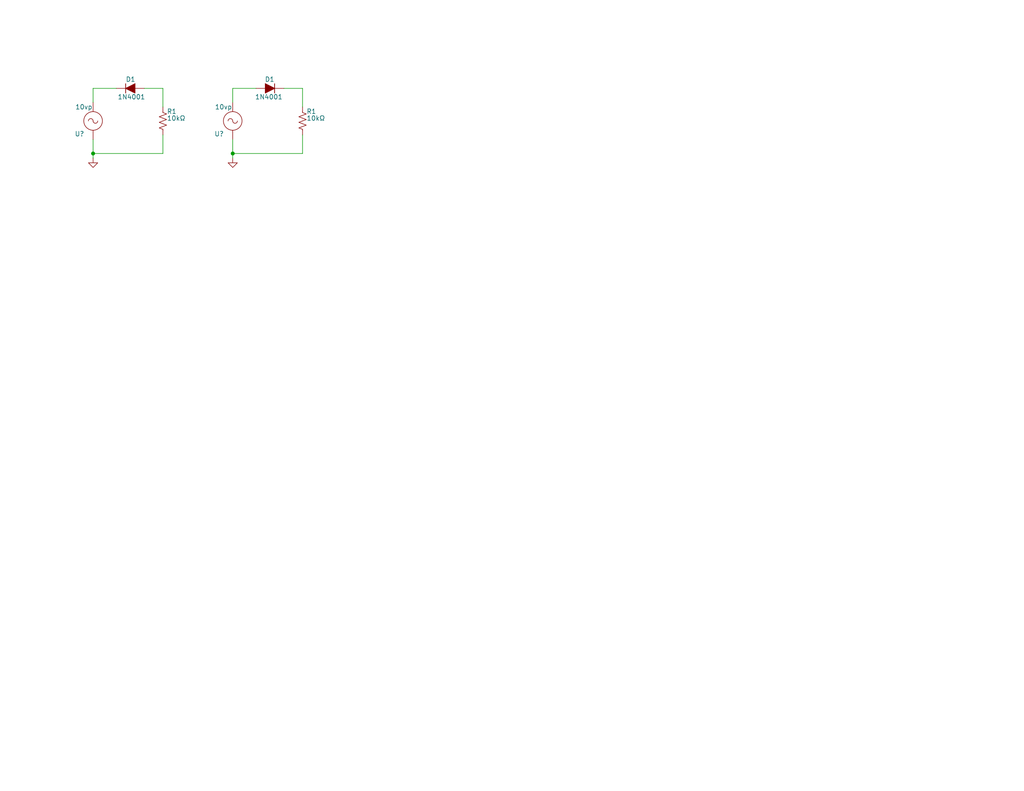
<source format=kicad_sch>
(kicad_sch (version 20211123) (generator eeschema)
  (paper "USLetter")
  (title_block (title "Clipper") (date "2020-01-07") (company "Tim Rossiter"))
  (lib_symbols
    (symbol "S2020-rescue:D_ALT-sDevice" (pin_numbers hide) (pin_names (offset 1.016) hide)
      (property "Reference" "D" (at 0 2.54 0))
      (property "Value" "D_ALT-sDevice" (at 0 -2.54 0))
      (symbol "D_ALT-sDevice_0_1"
        (polyline (pts (xy -1.27 1.27) (xy -1.27 -1.27)) (stroke (width 0.2032)))
        (polyline (pts (xy 1.27 0) (xy -1.27 0)))
        (polyline (pts (xy 1.27 1.27) (xy 1.27 -1.27) (xy -1.27 0) (xy 1.27 1.27)) (stroke (width 0.2032)) (fill (type outline)))
      )
      (symbol "D_ALT-sDevice_1_1"
        (pin passive line (at -3.81 0 0) (length 2.54) (name "K") (number "1"))
        (pin passive line (at 3.81 0 180) (length 2.54) (name "A") (number "2"))
      )
    )
    (symbol "S2020-rescue:GND-00TJR" (power) (pin_names (offset 0))
      (property "Value" "GND-00TJR" (at 0 -3.81 0))
      (symbol "GND-00TJR_0_1"
        (polyline (pts (xy 0 0) (xy 0 -1.27) (xy 1.27 -1.27) (xy 0 -2.54) (xy -1.27 -1.27) (xy 0 -1.27)))
      )
      (symbol "GND-00TJR_1_1"
        (pin power_in line (at 0 0 270) (length 0) hide (name "GND") (number "1"))
      )
    )
    (symbol "S2020-rescue:R_US-sDevice" (pin_numbers hide) (pin_names (offset 0))
      (property "Reference" "R" (at 2.54 0 90))
      (property "Value" "R_US-sDevice" (at -2.54 0 90))
      (symbol "R_US-sDevice_0_1"
        (polyline (pts (xy 0 -2.286) (xy 0 -2.54)))
        (polyline (pts (xy 0 2.286) (xy 0 2.54)))
        (polyline (pts (xy 0 -0.762) (xy 1.016 -1.143) (xy 0 -1.524) (xy -1.016 -1.905) (xy 0 -2.286)))
        (polyline (pts (xy 0 0.762) (xy 1.016 0.381) (xy 0 0) (xy -1.016 -0.381) (xy 0 -0.762)))
        (polyline (pts (xy 0 2.286) (xy 1.016 1.905) (xy 0 1.524) (xy -1.016 1.143) (xy 0 0.762)))
      )
      (symbol "R_US-sDevice_1_1"
        (pin passive line (at 0 3.81 270) (length 1.27) (name "~") (number "1"))
        (pin passive line (at 0 -3.81 90) (length 1.27) (name "~") (number "2"))
      )
    )
    (symbol "S2020-rescue:Vgen-00TJR" (pin_numbers hide) (pin_names (offset 0))
      (property "Reference" "G" (at -4.8768 1.3462 0))
      (property "Value" "Vgen-00TJR" (at -4.8514 3.429 0))
      (symbol "Vgen-00TJR_0_1"
        (arc (start 0 0) (mid -0.635 0.635) (end -1.27 0))
        (arc (start 0 0) (mid 0.635 -0.635) (end 1.27 0))
        (circle (center 0 0) (radius 2.54))
      )
      (symbol "Vgen-00TJR_1_1"
        (pin passive line (at 0 5.08 270) (length 2.54) (name "~") (number "1"))
        (pin passive line (at 0 -5.08 90) (length 2.54) (name "~") (number "2"))
      )
    )
  )
  (junction (at 25.4 41.91))
  (junction (at 63.5 41.91))
  (wire (pts (xy 31.75 24.13) (xy 25.4 24.13)))
  (wire (pts (xy 25.4 41.91) (xy 25.4 43.18)))
  (wire (pts (xy 63.5 41.91) (xy 63.5 38.1)))
  (wire (pts (xy 63.5 41.91) (xy 63.5 43.18)))
  (wire (pts (xy 82.55 24.13) (xy 82.55 29.21)))
  (wire (pts (xy 63.5 24.13) (xy 63.5 27.94)))
  (wire (pts (xy 25.4 24.13) (xy 25.4 27.94)))
  (wire (pts (xy 25.4 41.91) (xy 25.4 38.1)))
  (wire (pts (xy 82.55 41.91) (xy 63.5 41.91)))
  (wire (pts (xy 44.45 24.13) (xy 44.45 29.21)))
  (wire (pts (xy 39.37 24.13) (xy 44.45 24.13)))
  (wire (pts (xy 44.45 41.91) (xy 25.4 41.91)))
  (wire (pts (xy 82.55 36.83) (xy 82.55 41.91)))
  (wire (pts (xy 77.47 24.13) (xy 82.55 24.13)))
  (wire (pts (xy 44.45 36.83) (xy 44.45 41.91)))
  (wire (pts (xy 69.85 24.13) (xy 63.5 24.13)))
  (symbol (lib_id "S2020-rescue:Vgen-00TJR") (at 25.4 33.02 0) (unit 1)
    (property "Value" "10vp" (at 20.4978 29.21 0) (effects (justify left)))
  )
  (symbol (lib_id "S2020-rescue:D_ALT-sDevice") (at 35.56 24.13 0) (unit 1)
    (property "Reference" "D1" (at 35.6362 21.6662 0))
    (property "Value" "1N4001" (at 35.8648 26.4668 0))
  )
  (symbol (lib_id "S2020-rescue:R_US-sDevice") (at 44.45 33.02 0) (unit 1)
    (property "Reference" "R1" (at 45.5168 30.4292 0) (effects (justify left)))
    (property "Value" "10kΩ" (at 45.5168 32.2834 0) (effects (justify left)))
  )
  (symbol (lib_id "S2020-rescue:GND-00TJR") (at 25.4 43.18 0) (unit 1)
    (property "Reference" "#PWR01" (effects hide))
    (property "Value" "GND" (effects hide))
  )
  (symbol (lib_id "S2020-rescue:D_ALT-sDevice") (at 73.66 24.13 0) (mirror y) (unit 1)
    (property "Reference" "D1" (at 73.5838 21.6662 0))
    (property "Value" "1N4001" (at 73.3552 26.4668 0))
  )
  (symbol (lib_id "S2020-rescue:GND-00TJR") (at 63.5 43.18 0) (unit 1)
    (property "Reference" "#PWR02" (effects hide))
    (property "Value" "GND" (effects hide))
  )
  (symbol (lib_id "S2020-rescue:R_US-sDevice") (at 82.55 33.02 0) (unit 1)
    (property "Reference" "R1" (at 83.6168 30.4292 0) (effects (justify left)))
    (property "Value" "10kΩ" (at 83.6168 32.2834 0) (effects (justify left)))
  )
  (symbol (lib_id "S2020-rescue:Vgen-00TJR") (at 63.5 33.02 0) (unit 1)
    (property "Value" "10vp" (at 58.5978 29.21 0) (effects (justify left)))
  )
)
</source>
